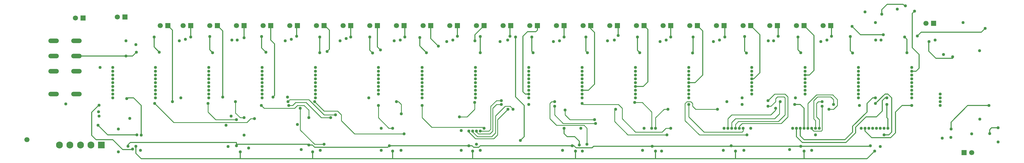
<source format=gbr>
G04 DipTrace 2.4.0.1*
%INInner1.gbr*%
%MOIN*%
%ADD15C,0.013*%
%ADD16C,0.01*%
%ADD22R,0.0669X0.0669*%
%ADD24C,0.0669*%
%ADD25R,0.0906X0.0906*%
%ADD27C,0.0906*%
%ADD28O,0.1387X0.06*%
%ADD35C,0.04*%
%FSLAX44Y44*%
G04*
G70*
G90*
G75*
G01*
%LNInner1*%
%LPD*%
X77940Y6240D2*
D15*
Y6740D1*
X77340Y7340D1*
X76340D1*
X75940Y7740D1*
Y8440D1*
X11940Y17940D2*
X18440D1*
X19315D1*
X19815Y18440D1*
X20440Y7540D2*
Y11440D1*
X19440Y12440D1*
X18640D1*
X18540Y12340D1*
X35315Y9690D2*
D16*
X34815D1*
X34315Y9190D1*
X24690D1*
X22190Y11690D1*
X24540Y11940D2*
D15*
Y21340D1*
X23940Y21940D1*
X31140Y12540D2*
Y21240D1*
X30440Y21940D1*
X19877Y7565D2*
X16040D1*
X14765Y8840D1*
X126940Y17815D2*
Y17640D1*
X124740D1*
X123815Y18565D1*
Y19815D1*
X123840Y19840D1*
X14890Y11465D2*
Y11490D1*
X13940Y10540D1*
Y7503D1*
X14503Y6940D1*
X16690D1*
X18002Y5627D1*
X19252D1*
X19315Y5690D1*
X69565Y20440D2*
Y12565D1*
X70690Y11440D1*
Y7315D1*
X70190Y6815D1*
X122315Y20565D2*
X122815Y21065D1*
X130690D1*
X131190Y21565D1*
X22127Y20440D2*
Y19128D1*
X22815Y18440D1*
X37440Y21940D2*
Y20040D1*
X37940Y19540D1*
Y12740D1*
X37740Y12540D1*
X44440Y21940D2*
X44540D1*
X45140Y21340D1*
Y18840D1*
X44840Y18540D1*
X51440Y21940D2*
Y19140D1*
X51840Y18740D1*
X107565Y15440D2*
X108140D1*
X108740Y16040D1*
Y20640D1*
X107440Y21940D1*
X78940Y6315D2*
D16*
Y8440D1*
X78565Y8815D1*
X74940D1*
X74065Y9690D1*
Y11690D1*
X74315Y11940D1*
X74690D1*
X80065Y9065D2*
X75815D1*
X74690Y10190D1*
Y11315D1*
X58440Y21940D2*
D15*
Y20240D1*
X59440Y19240D1*
X65440Y21940D2*
X64240Y20740D1*
Y19940D1*
X71315Y12940D2*
X70840D1*
X70540Y13240D1*
Y20540D1*
X71140Y21140D1*
X72240D1*
X72440Y21340D1*
Y21940D1*
X79440D2*
Y21540D1*
X79940Y21040D1*
Y14240D1*
X79140Y13440D1*
X78315D1*
X85315Y13940D2*
X86340D1*
X86940Y14540D1*
Y21440D1*
X86440Y21940D1*
X92315Y14440D2*
X93140D1*
X94140Y15440D1*
Y21240D1*
X93440Y21940D1*
X100565Y14940D2*
X100840D1*
X101640Y15740D1*
Y20740D1*
X100440Y21940D1*
X132915Y8490D2*
X132040D1*
X131790Y8240D1*
Y7740D1*
X126740Y8340D2*
Y9240D1*
X128915Y11415D1*
X131690D1*
X36253Y20502D2*
Y19002D1*
X36815Y18440D1*
X57003Y20377D2*
Y19252D1*
X57877Y18378D1*
X33940Y9815D2*
D16*
X33440D1*
X32815Y10440D1*
Y11940D1*
X79940Y9565D2*
X76690D1*
X76065Y10190D1*
Y10815D1*
X89440Y7565D2*
X84315D1*
X82565Y9315D1*
Y10815D1*
X82690Y10940D1*
X54565Y10315D2*
Y11565D1*
X54190Y11940D1*
X53940D1*
X29440Y20502D2*
D15*
Y18753D1*
X29815Y18378D1*
X89940Y8440D2*
D16*
X89315D1*
X88815Y7940D1*
X85315D1*
X83565Y9690D1*
Y11065D1*
X83065Y11565D1*
X78440D1*
X78315Y11690D1*
X64940Y20502D2*
D15*
Y18378D1*
X78815Y20440D2*
Y18565D1*
X79003Y18378D1*
X43877Y20440D2*
Y18378D1*
X50440Y20440D2*
Y18690D1*
X50815Y18315D1*
X32940Y9565D2*
D16*
X30190D1*
X29190Y10565D1*
Y11690D1*
X44440Y6315D2*
X43190D1*
X41315Y8190D1*
Y11065D1*
X45940Y10190D2*
X44440D1*
X42440Y12190D1*
X39940D1*
X39690Y11940D1*
X39815Y11440D2*
X40315D1*
X40690Y11815D1*
X42065D1*
X44065Y9815D1*
X45315D1*
X42440D2*
Y10815D1*
X41815Y11440D1*
X40940D1*
X40565Y11065D1*
X36565D1*
X36190Y11440D1*
X71690Y20440D2*
D15*
Y18565D1*
X71878Y18378D1*
X92877Y20440D2*
Y18377D1*
X92815Y18315D1*
X113503Y20502D2*
Y18627D1*
X113815Y18315D1*
X85565Y20440D2*
Y18690D1*
X85878Y18378D1*
X54940Y7690D2*
D16*
X48440D1*
X46690Y9440D1*
Y10190D1*
X46190Y10690D1*
X44440D1*
X43190Y11940D1*
X53440Y8440D2*
X52940D1*
X51565Y9815D1*
Y11440D1*
X120740Y24540D2*
D15*
X120640D1*
X120440Y24740D1*
X118340D1*
X117640Y24040D1*
Y23440D1*
X65440Y8440D2*
D16*
X65315Y8565D1*
X58565D1*
X57315Y9815D1*
Y11440D1*
X64940Y8065D2*
X66065D1*
X66315Y8315D1*
Y11315D1*
X67065Y12065D1*
X67690D1*
X64440Y8065D2*
Y7940D1*
X64690Y7690D1*
X66190D1*
X66565Y8065D1*
Y11065D1*
X67065Y11565D1*
X67690D1*
X63940Y8065D2*
Y7940D1*
X64565Y7315D1*
X66440D1*
X66940Y7815D1*
Y10065D1*
X68190Y11315D1*
X68865D1*
X69240Y10940D1*
X63440Y8065D2*
Y7940D1*
X64315Y7065D1*
X66690D1*
X67190Y7565D1*
Y9565D1*
X68565Y10940D1*
X62190Y9940D2*
X63190D1*
X64190Y10940D1*
Y11815D1*
X19752Y6065D2*
D15*
Y5128D1*
X20440Y4440D1*
X33440D1*
X42940D1*
X53440D1*
X63988D1*
X77499D1*
X87940D1*
X98440D1*
X107520D1*
X115690D1*
X116690Y5440D1*
X33440Y5340D2*
Y4440D1*
X42940Y5340D2*
Y4440D1*
X53440Y5440D2*
Y4440D1*
X63940Y5440D2*
Y4488D1*
X63988Y4440D1*
X77440Y5440D2*
Y4499D1*
X77499Y4440D1*
X87940Y5440D2*
Y4440D1*
X98440Y5440D2*
Y4440D1*
X107440Y5440D2*
Y4520D1*
X107520Y4440D1*
X18690Y6065D2*
Y6253D1*
X19002Y6565D1*
X32940D1*
Y6140D1*
Y6340D1*
X42440D1*
Y6240D1*
X42890D1*
X43190Y5940D1*
X52815D1*
X53003Y6127D1*
X63440D1*
Y6140D1*
X107003Y6065D2*
X97878D1*
Y6127D1*
X63440Y6140D2*
X63865D1*
X64065Y5940D1*
X64753D1*
X64940Y6127D1*
X77003D1*
X77253D1*
X77503Y5877D1*
X79627D1*
X79815Y6065D1*
X87502D1*
X97878D1*
X107003D2*
X116065D1*
X116128Y6127D1*
X87940Y8440D2*
D16*
Y9815D1*
X89065Y10940D1*
X89565D1*
X120940Y18378D2*
D15*
Y20127D1*
X120627Y20440D1*
X99627Y20502D2*
Y18565D1*
X99878Y18315D1*
X106627Y20440D2*
Y18753D1*
X107003Y18378D1*
X87440Y8440D2*
D16*
Y10565D1*
X86190Y11815D1*
X85190D1*
X99940Y7565D2*
X93690D1*
X91815Y9440D1*
Y11690D1*
X92065Y11940D1*
X92565D1*
X92815Y11690D1*
Y11315D1*
X93190Y10940D1*
X96065D1*
X99440Y8440D2*
Y8065D1*
X99315Y7940D1*
X94315D1*
X92315Y9940D1*
Y11565D1*
X98940Y8440D2*
Y8690D1*
X99315Y9065D1*
X104440D1*
X105315Y9940D1*
Y12565D1*
X104940Y12940D1*
X103565D1*
X102690Y12065D1*
X98440Y8440D2*
Y8940D1*
X98815Y9315D1*
X104065D1*
X104940Y10190D1*
Y12440D1*
X104815Y12565D1*
X103940D1*
X103690Y12315D1*
Y11940D1*
X103065Y11315D1*
X102690D1*
X97940Y8440D2*
Y9190D1*
X98440Y9690D1*
X103565D1*
X104190Y10315D1*
Y11815D1*
X104315Y11940D1*
X97440Y8440D2*
Y9690D1*
X97940Y10190D1*
X103065D1*
X103690Y10815D1*
Y11065D1*
X109440Y8440D2*
Y9565D1*
X109065Y9940D1*
Y11690D1*
X109315Y11940D1*
X109815D1*
X108940Y8440D2*
Y9440D1*
X108690Y9690D1*
Y12065D1*
X109190Y12565D1*
X110940D1*
X111315Y12190D1*
Y11565D1*
X108440Y8440D2*
Y8315D1*
X108690Y8065D1*
X109690D1*
X109815Y8190D1*
Y11315D1*
X107940Y8440D2*
Y11690D1*
X109065Y12815D1*
X111190D1*
X111815Y12190D1*
Y11440D1*
X111315Y10940D1*
X110690D1*
X107440Y8440D2*
D15*
Y11065D1*
X106940Y11565D1*
X106190D1*
X106940Y8440D2*
Y7440D1*
X107440Y6940D1*
X112815D1*
X113815Y7940D1*
Y8690D1*
X115690Y10565D1*
Y11690D1*
X116440Y12440D1*
X116815D1*
X106440Y8440D2*
Y7315D1*
X107190Y6565D1*
X112940D1*
X114190Y7815D1*
Y8565D1*
X115565Y9940D1*
X116940D1*
X117690Y10690D1*
Y12065D1*
X118065Y12440D1*
X118315D1*
X117940Y7565D2*
X118565D1*
X118940Y7940D1*
Y12440D1*
X118440Y12940D1*
X118065D1*
X116815Y11690D1*
X118315Y11565D2*
Y9815D1*
X118440Y9690D1*
Y8440D1*
X115440D2*
Y8065D1*
X116315Y7190D1*
X118815D1*
X119440Y7815D1*
Y10565D1*
X120315Y11440D1*
X121565D1*
X26940Y20440D2*
Y21940D1*
X33940Y20340D2*
Y21940D1*
X40840Y20540D2*
Y21840D1*
X40940Y21940D1*
X47940Y20440D2*
Y21940D1*
X55040Y20440D2*
Y21840D1*
X54940Y21940D1*
X61940Y20540D2*
Y21940D1*
X68840Y20540D2*
Y21840D1*
X68940Y21940D1*
X75940Y20440D2*
Y21940D1*
X83040Y20640D2*
Y21840D1*
X82940Y21940D1*
X89940Y20440D2*
Y21940D1*
X97040Y20440D2*
Y21840D1*
X96940Y21940D1*
X104040Y20540D2*
Y21840D1*
X103940Y21940D1*
X111040Y20540D2*
Y21840D1*
X110940Y21940D1*
X117840Y20740D2*
X114840D1*
X113740Y21840D1*
X121565Y15940D2*
X122140D1*
X122540Y16340D1*
Y18140D1*
X121640Y19040D1*
Y23540D1*
X121940Y23840D1*
D35*
X10540Y11640D3*
X18440Y17940D3*
X129440Y7696D3*
X69565Y20440D3*
X70190Y6815D3*
X116690Y5440D3*
X33440Y5340D3*
X42940D3*
X53440Y5440D3*
X63940D3*
X77440D3*
X87940D3*
X98440D3*
X107440D3*
X26940Y20440D3*
X33940Y20340D3*
X40840Y20540D3*
X47940Y20440D3*
X55040D3*
X61940Y20540D3*
X68840D3*
X75940Y20440D3*
X83040Y20640D3*
X89940Y20440D3*
X97040D3*
X104040Y20540D3*
X111040D3*
X117840Y20740D3*
X113740Y21840D3*
X29315Y16440D3*
Y15940D3*
Y15440D3*
Y14940D3*
Y14440D3*
X22315Y16440D3*
Y15940D3*
Y15440D3*
Y14940D3*
Y14440D3*
Y13940D3*
Y13440D3*
Y12940D3*
X85315Y12440D3*
X29315Y13940D3*
Y13440D3*
Y12940D3*
X78315Y12440D3*
X71315D3*
X36315Y12940D3*
Y13440D3*
Y13940D3*
Y14440D3*
Y14940D3*
X16690Y16440D3*
Y15940D3*
Y15440D3*
Y14940D3*
Y14440D3*
Y13940D3*
Y13440D3*
Y12940D3*
X64315Y12440D3*
X36315Y15440D3*
Y15940D3*
Y16440D3*
X43315D3*
X32815Y11940D3*
X43315Y15940D3*
Y15440D3*
Y14940D3*
Y14440D3*
Y13940D3*
Y13440D3*
Y12940D3*
X57315Y12440D3*
X51565Y16440D3*
Y15940D3*
Y15440D3*
Y14940D3*
Y14440D3*
Y13940D3*
Y13440D3*
Y12940D3*
X50315Y12440D3*
X57315Y16440D3*
Y15940D3*
Y15440D3*
Y14940D3*
Y14440D3*
X43315Y12440D3*
X57315Y12940D3*
Y13440D3*
Y13940D3*
X36315Y12440D3*
X64315Y12940D3*
Y13440D3*
Y13940D3*
Y14440D3*
Y14940D3*
Y15440D3*
Y15940D3*
Y16440D3*
X29315Y12440D3*
X71315Y12940D3*
Y13440D3*
Y13940D3*
Y14440D3*
Y14940D3*
Y16440D3*
Y15940D3*
Y15440D3*
X22315Y12440D3*
X78315Y12940D3*
Y13940D3*
Y13440D3*
Y14440D3*
Y14940D3*
Y15440D3*
Y15940D3*
Y16440D3*
X16690Y12440D3*
X85315Y12940D3*
Y13440D3*
Y13940D3*
Y14440D3*
Y16440D3*
Y15940D3*
Y15440D3*
Y14940D3*
X92315Y12440D3*
Y12940D3*
Y13440D3*
Y13940D3*
Y14440D3*
Y14940D3*
Y16440D3*
Y15940D3*
Y15440D3*
X121565Y12440D3*
X100565Y12940D3*
Y13440D3*
Y13940D3*
Y15940D3*
Y15440D3*
Y14940D3*
Y14440D3*
Y16440D3*
X114565Y12440D3*
X107565Y12940D3*
Y13440D3*
Y13940D3*
Y14940D3*
Y14440D3*
Y16440D3*
Y15940D3*
Y15440D3*
X114565Y16440D3*
Y15940D3*
Y15440D3*
Y14940D3*
Y14440D3*
Y13940D3*
Y13440D3*
Y12940D3*
X106315Y12440D3*
X99315D3*
X121565Y12940D3*
Y13440D3*
Y13940D3*
Y14440D3*
Y14940D3*
Y15440D3*
Y15940D3*
Y16440D3*
X33940Y9815D3*
X54565Y10315D3*
X53940Y11940D3*
X45940Y10190D3*
X45315Y9815D3*
X42440D3*
X39690Y11940D3*
X39815Y11440D3*
X36190D3*
X41315Y11065D3*
X44440Y6315D3*
X29190Y11690D3*
X32940Y9565D3*
X22190Y11690D3*
X35315Y9690D3*
X43190Y11940D3*
X54940Y7690D3*
X53440Y8440D3*
X51565Y11440D3*
X57315D3*
X65440Y8440D3*
X64190Y11815D3*
X62190Y9940D3*
X63440Y8065D3*
X63940D3*
X64440D3*
X64940D3*
X67690Y12065D3*
Y11565D3*
X69240Y10940D3*
X68565D3*
X71315Y11565D3*
X74690Y11940D3*
Y11315D3*
X78940Y6315D3*
X76065Y10815D3*
X82690Y10940D3*
X80065Y9065D3*
X79940Y9565D3*
X78140Y8440D3*
X85190Y11815D3*
X89565Y10940D3*
X87940Y8440D3*
X87440D3*
X89440Y7565D3*
X89940Y8440D3*
X78315Y11690D3*
X97440Y8440D3*
X97940D3*
X98440D3*
X98940D3*
X99440D3*
X92315Y11565D3*
X100440Y8440D3*
X99940Y7565D3*
X115440Y8440D3*
X115940D3*
X102690Y12065D3*
Y11315D3*
X104315Y11940D3*
X103690Y11065D3*
X97315Y11940D3*
X96065Y10940D3*
X106440Y8440D3*
X106940D3*
X107440D3*
X107940D3*
X108440D3*
X108940D3*
X109440D3*
X108940Y7565D3*
X116440Y8440D3*
X116940D3*
X106190Y11565D3*
X109815Y11940D3*
Y11315D3*
X111315Y11565D3*
X110690Y10940D3*
X99315Y11565D3*
X117440Y8440D3*
X117940D3*
X118440D3*
X117940Y7565D3*
X118315Y12440D3*
X116815D3*
Y11690D3*
X118315Y11565D3*
X114690Y11440D3*
X121565D3*
X125315Y12940D3*
Y12440D3*
Y11940D3*
Y11440D3*
X15040Y16440D3*
X116790Y22340D3*
X119665Y24090D3*
X132915Y6615D3*
X126690Y7240D3*
X125565Y7115D3*
X17440Y8315D3*
X20440Y7540D3*
X31565Y8815D3*
X40940Y8940D3*
X51940Y8440D3*
X62440Y8140D3*
X75940Y8440D3*
X86440D3*
X96940D3*
X105940D3*
X114940D3*
X64440Y6340D3*
X33940Y7540D3*
X18540Y12340D3*
X18690Y6065D3*
X32940Y6140D3*
X42440Y6240D3*
X53003Y6127D3*
X63440Y6140D3*
X77003Y6127D3*
X87502Y6065D3*
X97878Y6127D3*
X107003Y6065D3*
X116128Y6127D3*
X19877Y7565D3*
X14890Y11465D3*
X14765Y8840D3*
X19315Y5690D3*
X14890Y10028D3*
X14827Y10590D3*
X19752Y6065D3*
X22815Y18440D3*
X29815Y18378D3*
X36815Y18440D3*
X43877Y18378D3*
X50815Y18315D3*
X57877Y18378D3*
X64940D3*
X71878D3*
X79003D3*
X85878D3*
X92815Y18315D3*
X99878D3*
X107003Y18378D3*
X113815Y18315D3*
X120940Y18378D3*
X22127Y20440D3*
X29440Y20502D3*
X36253D3*
X43877Y20440D3*
X50440D3*
X57003Y20377D3*
X64940Y20502D3*
X71690Y20440D3*
X78815D3*
X85565D3*
X92877D3*
X99627Y20502D3*
X106627Y20440D3*
X113503Y20502D3*
X120627Y20440D3*
X31840Y6040D3*
X34540Y5840D3*
X20340Y5540D3*
X41440Y5640D3*
X43940Y5540D3*
X51940D3*
X54540D3*
X62440D3*
X64940D3*
X75740D3*
X78340Y5440D3*
X86240Y5540D3*
X88740Y5440D3*
X96840Y5540D3*
X99540D3*
X105540Y5640D3*
X108440Y5540D3*
X130465Y18640D3*
X117440Y6040D3*
X17440Y5340D3*
X39640Y12540D3*
X32240Y10040D3*
X25640Y12440D3*
X18940Y9740D3*
X19740Y19440D3*
X26240Y20140D3*
X18440Y19940D3*
X25440D3*
X32340Y20040D3*
X33040D3*
X39340Y19940D3*
X40140Y20140D3*
X46540Y19940D3*
X47340Y20240D3*
X53640Y19940D3*
X54440Y20040D3*
X60540Y19840D3*
X61340Y20040D3*
X67540Y19840D3*
X68540Y20040D3*
X74540Y19840D3*
X75340Y19940D3*
X81640D3*
X82540Y20040D3*
X88540Y19840D3*
X89340Y20040D3*
X95540Y19840D3*
X96340Y20040D3*
X102740Y19940D3*
X103440D3*
X109640Y19840D3*
X110440Y20040D3*
X116840D3*
X117540D3*
X123840Y19840D3*
X124640Y20040D3*
X131790Y7740D3*
X132915Y8490D3*
X128315Y22315D3*
X126940Y17815D3*
X131190Y21565D3*
X122315Y20565D3*
X19815Y18440D3*
X24540Y11940D3*
X31140Y12540D3*
X37740D3*
X44840Y18540D3*
X51840Y18740D3*
X59440Y19240D3*
X64240Y19940D3*
X117640Y23440D3*
X120740Y24540D3*
X115440Y23740D3*
X121940Y23840D3*
X131690Y11415D3*
X126740Y8340D3*
X130490Y9615D3*
X125740Y18140D3*
X77940Y6240D3*
D22*
X18315Y23065D3*
D24*
X17315D3*
D22*
X128440Y5240D3*
D24*
X129440D3*
D25*
X15214Y6215D3*
D27*
X13836D3*
X12458D3*
X11080D3*
X9702D3*
D28*
X11940Y12940D3*
Y15940D3*
Y17940D3*
Y19940D3*
X8940D3*
Y17940D3*
Y15940D3*
Y12940D3*
D22*
X124440Y22240D3*
D24*
X123440D3*
D22*
X26940Y21940D3*
D24*
X25940D3*
D22*
X33940D3*
D24*
X32940D3*
D22*
X40940D3*
D24*
X39940D3*
D22*
X47940D3*
D24*
X46940D3*
D22*
X54940D3*
D24*
X53940D3*
D22*
X61940D3*
D24*
X60940D3*
D22*
X68940D3*
D24*
X67940D3*
D22*
X75940D3*
D24*
X74940D3*
D22*
X82940D3*
D24*
X81940D3*
D22*
X89940D3*
D24*
X88940D3*
D22*
X96940D3*
D24*
X95940D3*
D22*
X103940D3*
D24*
X102940D3*
D22*
X110940D3*
D24*
X109940D3*
D22*
X23940D3*
D24*
X22940D3*
D22*
X30440D3*
D24*
X29440D3*
D22*
X37440D3*
D24*
X36440D3*
D22*
X44440D3*
D24*
X43440D3*
D22*
X51440D3*
D24*
X50440D3*
D22*
X58440D3*
D24*
X57440D3*
D22*
X65440D3*
D24*
X64440D3*
D22*
X72440D3*
D24*
X71440D3*
D22*
X79440D3*
D24*
X78440D3*
D22*
X86440D3*
D24*
X85440D3*
D22*
X93440D3*
D24*
X92440D3*
D22*
X100440D3*
D24*
X99440D3*
D22*
X107440D3*
D24*
X106440D3*
D22*
X12815Y22940D3*
D24*
X11815D3*
X5440Y6940D3*
M02*

</source>
